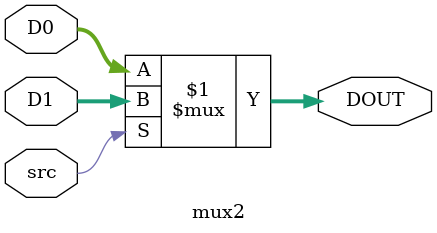
<source format=sv>
`timescale 1ns / 1ps

module mux2(
    input [n-1:0] D0, D1,
    input src,
    output [n-1:0] DOUT
    );
    
    parameter n = 32;
    
    assign DOUT = src ? D1 : D0;
    
endmodule

</source>
